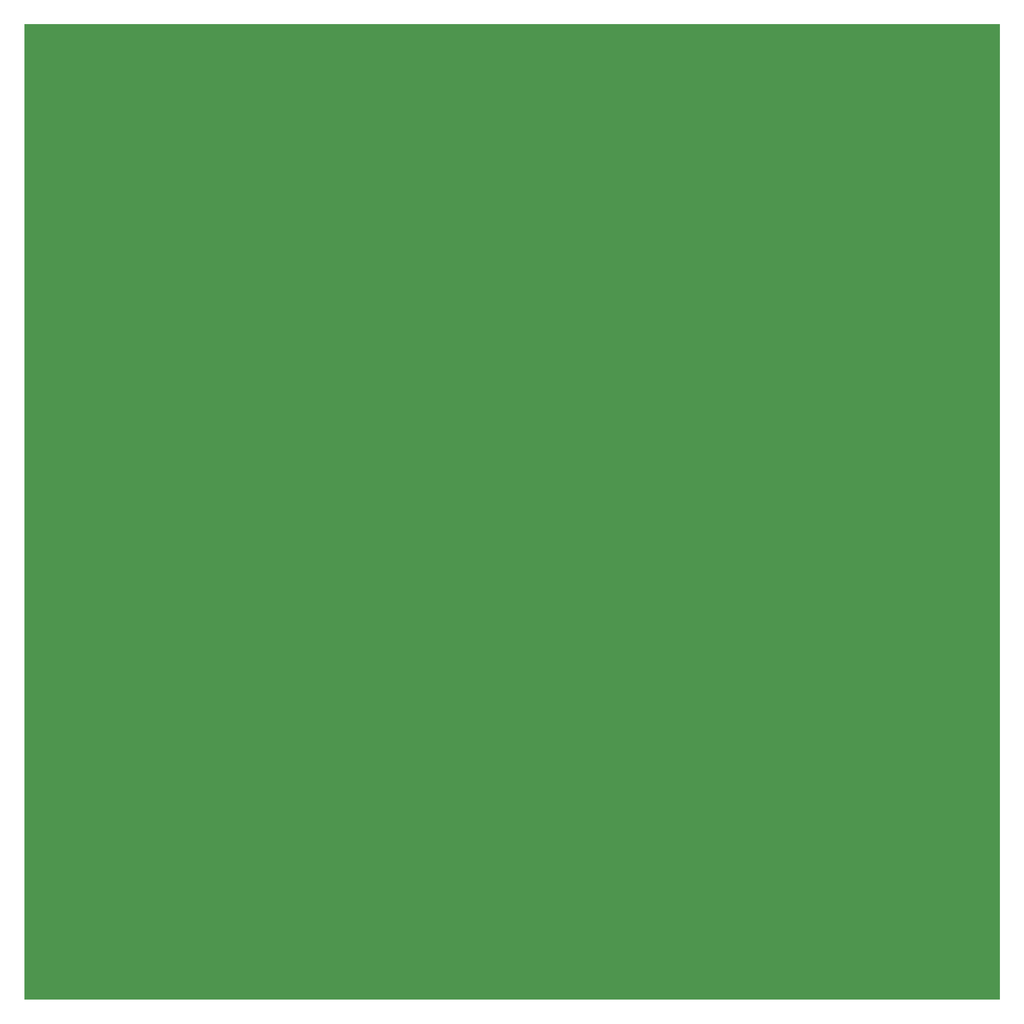
<source format=gbr>
G04 DipTrace 3.0.0.2*
G04 Board.gbr*
%MOIN*%
G04 #@! TF.FileFunction,Drawing,Board polygon*
G04 #@! TF.Part,Single*
%FSLAX26Y26*%
G04*
G70*
G90*
G75*
G01*
G04 BoardPoly*
%LPD*%
G36*
X393701Y393701D2*
X9842520D1*
Y9842520D1*
X393701D1*
Y393701D1*
G37*
M02*

</source>
